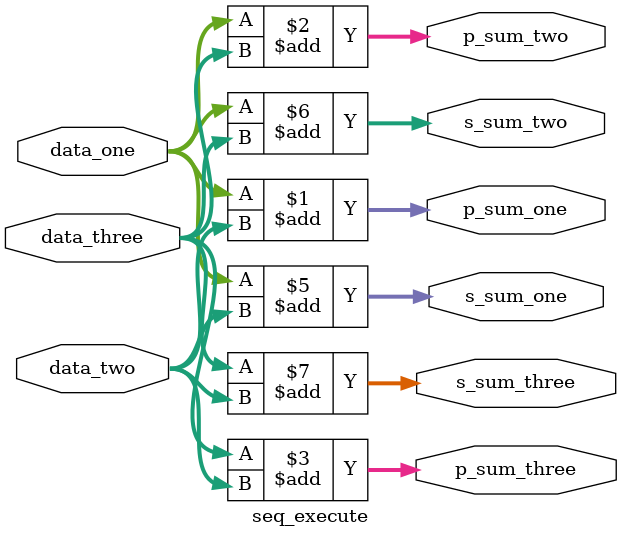
<source format=v>
`timescale 1ns/1ns

module seq_execute( 
    input [7 : 0] data_one,
    input [7 : 0] data_two,
    input [7 : 0] data_three,   
    
    output [7 : 0] p_sum_one,
    output [7 : 0] p_sum_two,
    output [7 : 0] p_sum_three,
    
    output reg [7 : 0] s_sum_one,
    output reg [7 : 0] s_sum_two,
    output reg [7 : 0] s_sum_three    
    );    
    
    //ÈýÌõ²¢ÐÐÁ¬Ðø¸³ÖµÓï¾ä
    assign p_sum_one = data_one + data_two;
    assign p_sum_two = data_one + data_three;
    assign p_sum_three = data_three + data_two;
 
    //ÔÚalways½ø³ÌÖÐÒ²ÓÐÈýÌõË³Ðò¸³ÖµÓï¾ä   
    always @(data_one, data_two, data_three)
    begin
        s_sum_one = data_one + data_two;
        s_sum_two = data_one + data_three;
        s_sum_three = data_three + data_two;  
    end      
        
endmodule
// END OF seq_execute.v FILE ***************************************************

    
   

</source>
